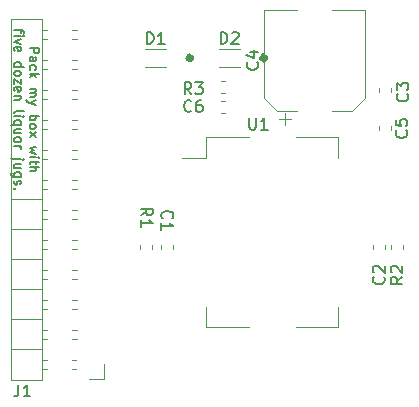
<source format=gbr>
%TF.GenerationSoftware,KiCad,Pcbnew,5.99.0-unknown-ad88874~101~ubuntu20.04.1*%
%TF.CreationDate,2020-05-19T21:45:08-04:00*%
%TF.ProjectId,L6205,4c363230-352e-46b6-9963-61645f706362,rev?*%
%TF.SameCoordinates,Original*%
%TF.FileFunction,Legend,Top*%
%TF.FilePolarity,Positive*%
%FSLAX46Y46*%
G04 Gerber Fmt 4.6, Leading zero omitted, Abs format (unit mm)*
G04 Created by KiCad (PCBNEW 5.99.0-unknown-ad88874~101~ubuntu20.04.1) date 2020-05-19 21:45:08*
%MOMM*%
%LPD*%
G01*
G04 APERTURE LIST*
%ADD10C,0.200000*%
%ADD11C,0.150000*%
%ADD12C,0.120000*%
%ADD13C,0.600000*%
G04 APERTURE END LIST*
D10*
X101882095Y-104511904D02*
X102682095Y-104511904D01*
X102682095Y-104816666D01*
X102644000Y-104892857D01*
X102605904Y-104930952D01*
X102529714Y-104969047D01*
X102415428Y-104969047D01*
X102339238Y-104930952D01*
X102301142Y-104892857D01*
X102263047Y-104816666D01*
X102263047Y-104511904D01*
X101882095Y-105654761D02*
X102301142Y-105654761D01*
X102377333Y-105616666D01*
X102415428Y-105540476D01*
X102415428Y-105388095D01*
X102377333Y-105311904D01*
X101920190Y-105654761D02*
X101882095Y-105578571D01*
X101882095Y-105388095D01*
X101920190Y-105311904D01*
X101996380Y-105273809D01*
X102072571Y-105273809D01*
X102148761Y-105311904D01*
X102186857Y-105388095D01*
X102186857Y-105578571D01*
X102224952Y-105654761D01*
X101920190Y-106378571D02*
X101882095Y-106302380D01*
X101882095Y-106150000D01*
X101920190Y-106073809D01*
X101958285Y-106035714D01*
X102034476Y-105997619D01*
X102263047Y-105997619D01*
X102339238Y-106035714D01*
X102377333Y-106073809D01*
X102415428Y-106150000D01*
X102415428Y-106302380D01*
X102377333Y-106378571D01*
X101882095Y-106721428D02*
X102682095Y-106721428D01*
X102186857Y-106797619D02*
X101882095Y-107026190D01*
X102415428Y-107026190D02*
X102110666Y-106721428D01*
X101882095Y-107978571D02*
X102415428Y-107978571D01*
X102339238Y-107978571D02*
X102377333Y-108016666D01*
X102415428Y-108092857D01*
X102415428Y-108207142D01*
X102377333Y-108283333D01*
X102301142Y-108321428D01*
X101882095Y-108321428D01*
X102301142Y-108321428D02*
X102377333Y-108359523D01*
X102415428Y-108435714D01*
X102415428Y-108550000D01*
X102377333Y-108626190D01*
X102301142Y-108664285D01*
X101882095Y-108664285D01*
X102415428Y-108969047D02*
X101882095Y-109159523D01*
X102415428Y-109350000D02*
X101882095Y-109159523D01*
X101691619Y-109083333D01*
X101653523Y-109045238D01*
X101615428Y-108969047D01*
X101882095Y-110264285D02*
X102682095Y-110264285D01*
X102377333Y-110264285D02*
X102415428Y-110340476D01*
X102415428Y-110492857D01*
X102377333Y-110569047D01*
X102339238Y-110607142D01*
X102263047Y-110645238D01*
X102034476Y-110645238D01*
X101958285Y-110607142D01*
X101920190Y-110569047D01*
X101882095Y-110492857D01*
X101882095Y-110340476D01*
X101920190Y-110264285D01*
X101882095Y-111102380D02*
X101920190Y-111026190D01*
X101958285Y-110988095D01*
X102034476Y-110950000D01*
X102263047Y-110950000D01*
X102339238Y-110988095D01*
X102377333Y-111026190D01*
X102415428Y-111102380D01*
X102415428Y-111216666D01*
X102377333Y-111292857D01*
X102339238Y-111330952D01*
X102263047Y-111369047D01*
X102034476Y-111369047D01*
X101958285Y-111330952D01*
X101920190Y-111292857D01*
X101882095Y-111216666D01*
X101882095Y-111102380D01*
X101882095Y-111635714D02*
X102415428Y-112054761D01*
X102415428Y-111635714D02*
X101882095Y-112054761D01*
X102415428Y-112892857D02*
X101882095Y-113045238D01*
X102263047Y-113197619D01*
X101882095Y-113350000D01*
X102415428Y-113502380D01*
X101882095Y-113807142D02*
X102415428Y-113807142D01*
X102682095Y-113807142D02*
X102644000Y-113769047D01*
X102605904Y-113807142D01*
X102644000Y-113845238D01*
X102682095Y-113807142D01*
X102605904Y-113807142D01*
X102415428Y-114073809D02*
X102415428Y-114378571D01*
X102682095Y-114188095D02*
X101996380Y-114188095D01*
X101920190Y-114226190D01*
X101882095Y-114302380D01*
X101882095Y-114378571D01*
X101882095Y-114645238D02*
X102682095Y-114645238D01*
X101882095Y-114988095D02*
X102301142Y-114988095D01*
X102377333Y-114950000D01*
X102415428Y-114873809D01*
X102415428Y-114759523D01*
X102377333Y-114683333D01*
X102339238Y-114645238D01*
X101127428Y-102930952D02*
X101127428Y-103235714D01*
X100594095Y-103045238D02*
X101279809Y-103045238D01*
X101356000Y-103083333D01*
X101394095Y-103159523D01*
X101394095Y-103235714D01*
X100594095Y-103502380D02*
X101127428Y-103502380D01*
X101394095Y-103502380D02*
X101356000Y-103464285D01*
X101317904Y-103502380D01*
X101356000Y-103540476D01*
X101394095Y-103502380D01*
X101317904Y-103502380D01*
X101127428Y-103807142D02*
X100594095Y-103997619D01*
X101127428Y-104188095D01*
X100632190Y-104797619D02*
X100594095Y-104721428D01*
X100594095Y-104569047D01*
X100632190Y-104492857D01*
X100708380Y-104454761D01*
X101013142Y-104454761D01*
X101089333Y-104492857D01*
X101127428Y-104569047D01*
X101127428Y-104721428D01*
X101089333Y-104797619D01*
X101013142Y-104835714D01*
X100936952Y-104835714D01*
X100860761Y-104454761D01*
X100594095Y-106130952D02*
X101394095Y-106130952D01*
X100632190Y-106130952D02*
X100594095Y-106054761D01*
X100594095Y-105902380D01*
X100632190Y-105826190D01*
X100670285Y-105788095D01*
X100746476Y-105750000D01*
X100975047Y-105750000D01*
X101051238Y-105788095D01*
X101089333Y-105826190D01*
X101127428Y-105902380D01*
X101127428Y-106054761D01*
X101089333Y-106130952D01*
X100594095Y-106626190D02*
X100632190Y-106550000D01*
X100670285Y-106511904D01*
X100746476Y-106473809D01*
X100975047Y-106473809D01*
X101051238Y-106511904D01*
X101089333Y-106550000D01*
X101127428Y-106626190D01*
X101127428Y-106740476D01*
X101089333Y-106816666D01*
X101051238Y-106854761D01*
X100975047Y-106892857D01*
X100746476Y-106892857D01*
X100670285Y-106854761D01*
X100632190Y-106816666D01*
X100594095Y-106740476D01*
X100594095Y-106626190D01*
X101127428Y-107159523D02*
X101127428Y-107578571D01*
X100594095Y-107159523D01*
X100594095Y-107578571D01*
X100632190Y-108188095D02*
X100594095Y-108111904D01*
X100594095Y-107959523D01*
X100632190Y-107883333D01*
X100708380Y-107845238D01*
X101013142Y-107845238D01*
X101089333Y-107883333D01*
X101127428Y-107959523D01*
X101127428Y-108111904D01*
X101089333Y-108188095D01*
X101013142Y-108226190D01*
X100936952Y-108226190D01*
X100860761Y-107845238D01*
X101127428Y-108569047D02*
X100594095Y-108569047D01*
X101051238Y-108569047D02*
X101089333Y-108607142D01*
X101127428Y-108683333D01*
X101127428Y-108797619D01*
X101089333Y-108873809D01*
X101013142Y-108911904D01*
X100594095Y-108911904D01*
X100594095Y-110016666D02*
X100632190Y-109940476D01*
X100708380Y-109902380D01*
X101394095Y-109902380D01*
X100594095Y-110321428D02*
X101127428Y-110321428D01*
X101394095Y-110321428D02*
X101356000Y-110283333D01*
X101317904Y-110321428D01*
X101356000Y-110359523D01*
X101394095Y-110321428D01*
X101317904Y-110321428D01*
X101127428Y-111045238D02*
X100327428Y-111045238D01*
X100632190Y-111045238D02*
X100594095Y-110969047D01*
X100594095Y-110816666D01*
X100632190Y-110740476D01*
X100670285Y-110702380D01*
X100746476Y-110664285D01*
X100975047Y-110664285D01*
X101051238Y-110702380D01*
X101089333Y-110740476D01*
X101127428Y-110816666D01*
X101127428Y-110969047D01*
X101089333Y-111045238D01*
X101127428Y-111769047D02*
X100594095Y-111769047D01*
X101127428Y-111426190D02*
X100708380Y-111426190D01*
X100632190Y-111464285D01*
X100594095Y-111540476D01*
X100594095Y-111654761D01*
X100632190Y-111730952D01*
X100670285Y-111769047D01*
X100594095Y-112264285D02*
X100632190Y-112188095D01*
X100670285Y-112150000D01*
X100746476Y-112111904D01*
X100975047Y-112111904D01*
X101051238Y-112150000D01*
X101089333Y-112188095D01*
X101127428Y-112264285D01*
X101127428Y-112378571D01*
X101089333Y-112454761D01*
X101051238Y-112492857D01*
X100975047Y-112530952D01*
X100746476Y-112530952D01*
X100670285Y-112492857D01*
X100632190Y-112454761D01*
X100594095Y-112378571D01*
X100594095Y-112264285D01*
X100594095Y-112873809D02*
X101127428Y-112873809D01*
X100975047Y-112873809D02*
X101051238Y-112911904D01*
X101089333Y-112950000D01*
X101127428Y-113026190D01*
X101127428Y-113102380D01*
X101127428Y-113978571D02*
X100441714Y-113978571D01*
X100365523Y-113940476D01*
X100327428Y-113864285D01*
X100327428Y-113826190D01*
X101394095Y-113978571D02*
X101356000Y-113940476D01*
X101317904Y-113978571D01*
X101356000Y-114016666D01*
X101394095Y-113978571D01*
X101317904Y-113978571D01*
X101127428Y-114702380D02*
X100594095Y-114702380D01*
X101127428Y-114359523D02*
X100708380Y-114359523D01*
X100632190Y-114397619D01*
X100594095Y-114473809D01*
X100594095Y-114588095D01*
X100632190Y-114664285D01*
X100670285Y-114702380D01*
X101127428Y-115426190D02*
X100479809Y-115426190D01*
X100403619Y-115388095D01*
X100365523Y-115350000D01*
X100327428Y-115273809D01*
X100327428Y-115159523D01*
X100365523Y-115083333D01*
X100632190Y-115426190D02*
X100594095Y-115350000D01*
X100594095Y-115197619D01*
X100632190Y-115121428D01*
X100670285Y-115083333D01*
X100746476Y-115045238D01*
X100975047Y-115045238D01*
X101051238Y-115083333D01*
X101089333Y-115121428D01*
X101127428Y-115197619D01*
X101127428Y-115350000D01*
X101089333Y-115426190D01*
X100632190Y-115769047D02*
X100594095Y-115845238D01*
X100594095Y-115997619D01*
X100632190Y-116073809D01*
X100708380Y-116111904D01*
X100746476Y-116111904D01*
X100822666Y-116073809D01*
X100860761Y-115997619D01*
X100860761Y-115883333D01*
X100898857Y-115807142D01*
X100975047Y-115769047D01*
X101013142Y-115769047D01*
X101089333Y-115807142D01*
X101127428Y-115883333D01*
X101127428Y-115997619D01*
X101089333Y-116073809D01*
X100670285Y-116454761D02*
X100632190Y-116492857D01*
X100594095Y-116454761D01*
X100632190Y-116416666D01*
X100670285Y-116454761D01*
X100594095Y-116454761D01*
D11*
%TO.C,J1*%
X100945666Y-133040380D02*
X100945666Y-133754666D01*
X100898047Y-133897523D01*
X100802809Y-133992761D01*
X100659952Y-134040380D01*
X100564714Y-134040380D01*
X101945666Y-134040380D02*
X101374238Y-134040380D01*
X101659952Y-134040380D02*
X101659952Y-133040380D01*
X101564714Y-133183238D01*
X101469476Y-133278476D01*
X101374238Y-133326095D01*
%TO.C,U1*%
X120488095Y-110452380D02*
X120488095Y-111261904D01*
X120535714Y-111357142D01*
X120583333Y-111404761D01*
X120678571Y-111452380D01*
X120869047Y-111452380D01*
X120964285Y-111404761D01*
X121011904Y-111357142D01*
X121059523Y-111261904D01*
X121059523Y-110452380D01*
X122059523Y-111452380D02*
X121488095Y-111452380D01*
X121773809Y-111452380D02*
X121773809Y-110452380D01*
X121678571Y-110595238D01*
X121583333Y-110690476D01*
X121488095Y-110738095D01*
%TO.C,D2*%
X118061904Y-104202380D02*
X118061904Y-103202380D01*
X118300000Y-103202380D01*
X118442857Y-103250000D01*
X118538095Y-103345238D01*
X118585714Y-103440476D01*
X118633333Y-103630952D01*
X118633333Y-103773809D01*
X118585714Y-103964285D01*
X118538095Y-104059523D01*
X118442857Y-104154761D01*
X118300000Y-104202380D01*
X118061904Y-104202380D01*
X119014285Y-103297619D02*
X119061904Y-103250000D01*
X119157142Y-103202380D01*
X119395238Y-103202380D01*
X119490476Y-103250000D01*
X119538095Y-103297619D01*
X119585714Y-103392857D01*
X119585714Y-103488095D01*
X119538095Y-103630952D01*
X118966666Y-104202380D01*
X119585714Y-104202380D01*
%TO.C,D1*%
X111811904Y-104202380D02*
X111811904Y-103202380D01*
X112050000Y-103202380D01*
X112192857Y-103250000D01*
X112288095Y-103345238D01*
X112335714Y-103440476D01*
X112383333Y-103630952D01*
X112383333Y-103773809D01*
X112335714Y-103964285D01*
X112288095Y-104059523D01*
X112192857Y-104154761D01*
X112050000Y-104202380D01*
X111811904Y-104202380D01*
X113335714Y-104202380D02*
X112764285Y-104202380D01*
X113050000Y-104202380D02*
X113050000Y-103202380D01*
X112954761Y-103345238D01*
X112859523Y-103440476D01*
X112764285Y-103488095D01*
%TO.C,C4*%
X121157142Y-105753168D02*
X121204761Y-105800787D01*
X121252380Y-105943644D01*
X121252380Y-106038882D01*
X121204761Y-106181740D01*
X121109523Y-106276978D01*
X121014285Y-106324597D01*
X120823809Y-106372216D01*
X120680952Y-106372216D01*
X120490476Y-106324597D01*
X120395238Y-106276978D01*
X120300000Y-106181740D01*
X120252380Y-106038882D01*
X120252380Y-105943644D01*
X120300000Y-105800787D01*
X120347619Y-105753168D01*
X120585714Y-104896025D02*
X121252380Y-104896025D01*
X120204761Y-105134121D02*
X120919047Y-105372216D01*
X120919047Y-104753168D01*
%TO.C,R3*%
X115583333Y-108452380D02*
X115250000Y-107976190D01*
X115011904Y-108452380D02*
X115011904Y-107452380D01*
X115392857Y-107452380D01*
X115488095Y-107500000D01*
X115535714Y-107547619D01*
X115583333Y-107642857D01*
X115583333Y-107785714D01*
X115535714Y-107880952D01*
X115488095Y-107928571D01*
X115392857Y-107976190D01*
X115011904Y-107976190D01*
X115916666Y-107452380D02*
X116535714Y-107452380D01*
X116202380Y-107833333D01*
X116345238Y-107833333D01*
X116440476Y-107880952D01*
X116488095Y-107928571D01*
X116535714Y-108023809D01*
X116535714Y-108261904D01*
X116488095Y-108357142D01*
X116440476Y-108404761D01*
X116345238Y-108452380D01*
X116059523Y-108452380D01*
X115964285Y-108404761D01*
X115916666Y-108357142D01*
%TO.C,R2*%
X133452380Y-123916666D02*
X132976190Y-124250000D01*
X133452380Y-124488095D02*
X132452380Y-124488095D01*
X132452380Y-124107142D01*
X132500000Y-124011904D01*
X132547619Y-123964285D01*
X132642857Y-123916666D01*
X132785714Y-123916666D01*
X132880952Y-123964285D01*
X132928571Y-124011904D01*
X132976190Y-124107142D01*
X132976190Y-124488095D01*
X132547619Y-123535714D02*
X132500000Y-123488095D01*
X132452380Y-123392857D01*
X132452380Y-123154761D01*
X132500000Y-123059523D01*
X132547619Y-123011904D01*
X132642857Y-122964285D01*
X132738095Y-122964285D01*
X132880952Y-123011904D01*
X133452380Y-123583333D01*
X133452380Y-122964285D01*
%TO.C,R1*%
X111297619Y-118719835D02*
X111773809Y-118386502D01*
X111297619Y-118148406D02*
X112297619Y-118148406D01*
X112297619Y-118529359D01*
X112250000Y-118624597D01*
X112202380Y-118672216D01*
X112107142Y-118719835D01*
X111964285Y-118719835D01*
X111869047Y-118672216D01*
X111821428Y-118624597D01*
X111773809Y-118529359D01*
X111773809Y-118148406D01*
X111297619Y-119672216D02*
X111297619Y-119100787D01*
X111297619Y-119386502D02*
X112297619Y-119386502D01*
X112154761Y-119291263D01*
X112059523Y-119196025D01*
X112011904Y-119100787D01*
%TO.C,C6*%
X115583333Y-109857142D02*
X115535714Y-109904761D01*
X115392857Y-109952380D01*
X115297619Y-109952380D01*
X115154761Y-109904761D01*
X115059523Y-109809523D01*
X115011904Y-109714285D01*
X114964285Y-109523809D01*
X114964285Y-109380952D01*
X115011904Y-109190476D01*
X115059523Y-109095238D01*
X115154761Y-109000000D01*
X115297619Y-108952380D01*
X115392857Y-108952380D01*
X115535714Y-109000000D01*
X115583333Y-109047619D01*
X116440476Y-108952380D02*
X116250000Y-108952380D01*
X116154761Y-109000000D01*
X116107142Y-109047619D01*
X116011904Y-109190476D01*
X115964285Y-109380952D01*
X115964285Y-109761904D01*
X116011904Y-109857142D01*
X116059523Y-109904761D01*
X116154761Y-109952380D01*
X116345238Y-109952380D01*
X116440476Y-109904761D01*
X116488095Y-109857142D01*
X116535714Y-109761904D01*
X116535714Y-109523809D01*
X116488095Y-109428571D01*
X116440476Y-109380952D01*
X116345238Y-109333333D01*
X116154761Y-109333333D01*
X116059523Y-109380952D01*
X116011904Y-109428571D01*
X115964285Y-109523809D01*
%TO.C,C5*%
X133787142Y-111515668D02*
X133834761Y-111563287D01*
X133882380Y-111706144D01*
X133882380Y-111801382D01*
X133834761Y-111944240D01*
X133739523Y-112039478D01*
X133644285Y-112087097D01*
X133453809Y-112134716D01*
X133310952Y-112134716D01*
X133120476Y-112087097D01*
X133025238Y-112039478D01*
X132930000Y-111944240D01*
X132882380Y-111801382D01*
X132882380Y-111706144D01*
X132930000Y-111563287D01*
X132977619Y-111515668D01*
X132882380Y-110610906D02*
X132882380Y-111087097D01*
X133358571Y-111134716D01*
X133310952Y-111087097D01*
X133263333Y-110991859D01*
X133263333Y-110753763D01*
X133310952Y-110658525D01*
X133358571Y-110610906D01*
X133453809Y-110563287D01*
X133691904Y-110563287D01*
X133787142Y-110610906D01*
X133834761Y-110658525D01*
X133882380Y-110753763D01*
X133882380Y-110991859D01*
X133834761Y-111087097D01*
X133787142Y-111134716D01*
%TO.C,C3*%
X133857142Y-108416666D02*
X133904761Y-108464285D01*
X133952380Y-108607142D01*
X133952380Y-108702380D01*
X133904761Y-108845238D01*
X133809523Y-108940476D01*
X133714285Y-108988095D01*
X133523809Y-109035714D01*
X133380952Y-109035714D01*
X133190476Y-108988095D01*
X133095238Y-108940476D01*
X133000000Y-108845238D01*
X132952380Y-108702380D01*
X132952380Y-108607142D01*
X133000000Y-108464285D01*
X133047619Y-108416666D01*
X132952380Y-108083333D02*
X132952380Y-107464285D01*
X133333333Y-107797619D01*
X133333333Y-107654761D01*
X133380952Y-107559523D01*
X133428571Y-107511904D01*
X133523809Y-107464285D01*
X133761904Y-107464285D01*
X133857142Y-107511904D01*
X133904761Y-107559523D01*
X133952380Y-107654761D01*
X133952380Y-107940476D01*
X133904761Y-108035714D01*
X133857142Y-108083333D01*
%TO.C,C2*%
X131857142Y-123916666D02*
X131904761Y-123964285D01*
X131952380Y-124107142D01*
X131952380Y-124202380D01*
X131904761Y-124345238D01*
X131809523Y-124440476D01*
X131714285Y-124488095D01*
X131523809Y-124535714D01*
X131380952Y-124535714D01*
X131190476Y-124488095D01*
X131095238Y-124440476D01*
X131000000Y-124345238D01*
X130952380Y-124202380D01*
X130952380Y-124107142D01*
X131000000Y-123964285D01*
X131047619Y-123916666D01*
X131047619Y-123535714D02*
X131000000Y-123488095D01*
X130952380Y-123392857D01*
X130952380Y-123154761D01*
X131000000Y-123059523D01*
X131047619Y-123011904D01*
X131142857Y-122964285D01*
X131238095Y-122964285D01*
X131380952Y-123011904D01*
X131952380Y-123583333D01*
X131952380Y-122964285D01*
%TO.C,C1*%
X113142857Y-118969835D02*
X113095238Y-118922216D01*
X113047619Y-118779359D01*
X113047619Y-118684121D01*
X113095238Y-118541263D01*
X113190476Y-118446025D01*
X113285714Y-118398406D01*
X113476190Y-118350787D01*
X113619047Y-118350787D01*
X113809523Y-118398406D01*
X113904761Y-118446025D01*
X114000000Y-118541263D01*
X114047619Y-118684121D01*
X114047619Y-118779359D01*
X114000000Y-118922216D01*
X113952380Y-118969835D01*
X113047619Y-119922216D02*
X113047619Y-119350787D01*
X113047619Y-119636502D02*
X114047619Y-119636502D01*
X113904761Y-119541263D01*
X113809523Y-119446025D01*
X113761904Y-119350787D01*
D12*
%TO.C,J1*%
X102954000Y-132648000D02*
X102954000Y-102048000D01*
X102954000Y-102048000D02*
X100294000Y-102048000D01*
X100294000Y-102048000D02*
X100294000Y-132648000D01*
X100294000Y-132648000D02*
X102954000Y-132648000D01*
X103351071Y-131698000D02*
X102954000Y-131698000D01*
X103351071Y-130938000D02*
X102954000Y-130938000D01*
X105824000Y-131698000D02*
X105436929Y-131698000D01*
X105824000Y-130938000D02*
X105436929Y-130938000D01*
X102954000Y-130048000D02*
X100294000Y-130048000D01*
X103351071Y-129158000D02*
X102954000Y-129158000D01*
X103351071Y-128398000D02*
X102954000Y-128398000D01*
X105891071Y-129158000D02*
X105436929Y-129158000D01*
X105891071Y-128398000D02*
X105436929Y-128398000D01*
X102954000Y-127508000D02*
X100294000Y-127508000D01*
X103351071Y-126618000D02*
X102954000Y-126618000D01*
X103351071Y-125858000D02*
X102954000Y-125858000D01*
X105891071Y-126618000D02*
X105436929Y-126618000D01*
X105891071Y-125858000D02*
X105436929Y-125858000D01*
X102954000Y-124968000D02*
X100294000Y-124968000D01*
X103351071Y-124078000D02*
X102954000Y-124078000D01*
X103351071Y-123318000D02*
X102954000Y-123318000D01*
X105891071Y-124078000D02*
X105436929Y-124078000D01*
X105891071Y-123318000D02*
X105436929Y-123318000D01*
X102954000Y-122428000D02*
X100294000Y-122428000D01*
X103351071Y-121538000D02*
X102954000Y-121538000D01*
X103351071Y-120778000D02*
X102954000Y-120778000D01*
X105891071Y-121538000D02*
X105436929Y-121538000D01*
X105891071Y-120778000D02*
X105436929Y-120778000D01*
X102954000Y-119888000D02*
X100294000Y-119888000D01*
X103351071Y-118998000D02*
X102954000Y-118998000D01*
X103351071Y-118238000D02*
X102954000Y-118238000D01*
X105891071Y-118998000D02*
X105436929Y-118998000D01*
X105891071Y-118238000D02*
X105436929Y-118238000D01*
X102954000Y-117348000D02*
X100294000Y-117348000D01*
X103351071Y-116458000D02*
X102954000Y-116458000D01*
X103351071Y-115698000D02*
X102954000Y-115698000D01*
X105891071Y-116458000D02*
X105436929Y-116458000D01*
X105891071Y-115698000D02*
X105436929Y-115698000D01*
X103351071Y-113918000D02*
X102954000Y-113918000D01*
X103351071Y-113158000D02*
X102954000Y-113158000D01*
X105891071Y-113918000D02*
X105436929Y-113918000D01*
X105891071Y-113158000D02*
X105436929Y-113158000D01*
X103351071Y-111378000D02*
X102954000Y-111378000D01*
X103351071Y-110618000D02*
X102954000Y-110618000D01*
X105891071Y-111378000D02*
X105436929Y-111378000D01*
X105891071Y-110618000D02*
X105436929Y-110618000D01*
X103351071Y-108838000D02*
X102954000Y-108838000D01*
X103351071Y-108078000D02*
X102954000Y-108078000D01*
X105891071Y-108838000D02*
X105436929Y-108838000D01*
X105891071Y-108078000D02*
X105436929Y-108078000D01*
X103351071Y-106298000D02*
X102954000Y-106298000D01*
X103351071Y-105538000D02*
X102954000Y-105538000D01*
X105891071Y-106298000D02*
X105436929Y-106298000D01*
X105891071Y-105538000D02*
X105436929Y-105538000D01*
X103351071Y-103758000D02*
X102954000Y-103758000D01*
X103351071Y-102998000D02*
X102954000Y-102998000D01*
X105891071Y-103758000D02*
X105436929Y-103758000D01*
X105891071Y-102998000D02*
X105436929Y-102998000D01*
X108204000Y-131318000D02*
X108204000Y-132588000D01*
X108204000Y-132588000D02*
X106934000Y-132588000D01*
%TO.C,U1*%
X128028000Y-112086502D02*
X128028000Y-113836502D01*
X128028000Y-128186502D02*
X128028000Y-126436502D01*
X120428000Y-128186502D02*
X116828000Y-128186502D01*
X116828000Y-128186502D02*
X116828000Y-126436502D01*
X128028000Y-112086502D02*
X124428000Y-112086502D01*
X116828000Y-112086502D02*
X116828000Y-113836502D01*
X116828000Y-113836502D02*
X114828000Y-113836502D01*
X120428000Y-112086502D02*
X116828000Y-112086502D01*
X128028000Y-128186502D02*
X124428000Y-128186502D01*
%TO.C,D2*%
X119700000Y-104586502D02*
X117900000Y-104586502D01*
D13*
X121800000Y-105386502D02*
G75*
G03*
X121800000Y-105386502I-100000J0D01*
G01*
D12*
X119700000Y-106186502D02*
X117900000Y-106186502D01*
%TO.C,D1*%
X113450000Y-104586502D02*
X111650000Y-104586502D01*
D13*
X115550000Y-105386502D02*
G75*
G03*
X115550000Y-105386502I-100000J0D01*
G01*
D12*
X113450000Y-106186502D02*
X111650000Y-106186502D01*
%TO.C,C4*%
X130260000Y-101326502D02*
X127510000Y-101326502D01*
X121740000Y-101326502D02*
X124490000Y-101326502D01*
X121740000Y-108782065D02*
X121740000Y-101326502D01*
X130260000Y-108782065D02*
X130260000Y-101326502D01*
X129195563Y-109846502D02*
X127510000Y-109846502D01*
X122804437Y-109846502D02*
X124490000Y-109846502D01*
X122804437Y-109846502D02*
X121740000Y-108782065D01*
X129195563Y-109846502D02*
X130260000Y-108782065D01*
X123490000Y-111086502D02*
X123490000Y-110086502D01*
X122990000Y-110586502D02*
X123990000Y-110586502D01*
%TO.C,R3*%
X118412779Y-108330502D02*
X118087221Y-108330502D01*
X118412779Y-107310502D02*
X118087221Y-107310502D01*
%TO.C,R2*%
X132490000Y-121549281D02*
X132490000Y-121223723D01*
X133510000Y-121549281D02*
X133510000Y-121223723D01*
%TO.C,R1*%
X112260000Y-121586781D02*
X112260000Y-121261223D01*
X111240000Y-121586781D02*
X111240000Y-121261223D01*
%TO.C,C6*%
X118087221Y-109060502D02*
X118412779Y-109060502D01*
X118087221Y-110080502D02*
X118412779Y-110080502D01*
%TO.C,C5*%
X132510000Y-111186223D02*
X132510000Y-111511781D01*
X131490000Y-111186223D02*
X131490000Y-111511781D01*
%TO.C,C3*%
X131490000Y-108261781D02*
X131490000Y-107936223D01*
X132510000Y-108261781D02*
X132510000Y-107936223D01*
%TO.C,C2*%
X132010000Y-121223723D02*
X132010000Y-121549281D01*
X130990000Y-121223723D02*
X130990000Y-121549281D01*
%TO.C,C1*%
X112990000Y-121223723D02*
X112990000Y-121549281D01*
X114010000Y-121223723D02*
X114010000Y-121549281D01*
%TD*%
M02*

</source>
